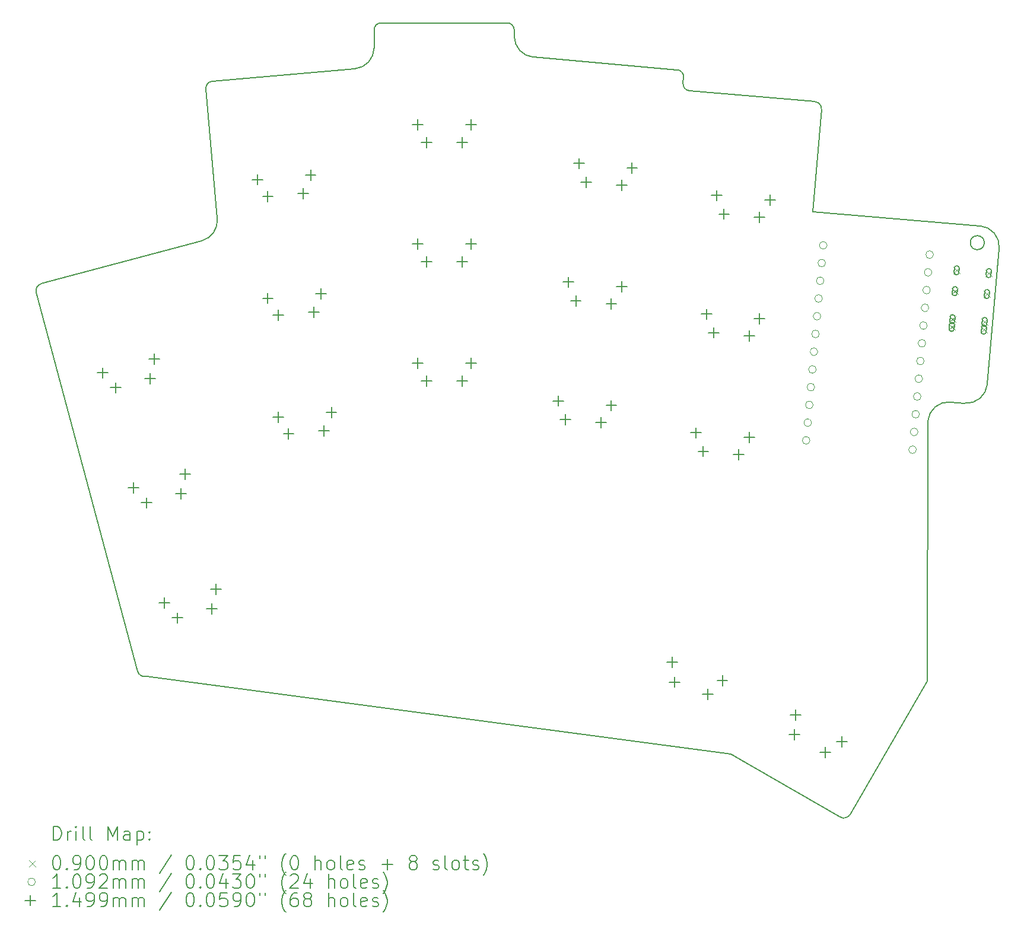
<source format=gbr>
%FSLAX45Y45*%
G04 Gerber Fmt 4.5, Leading zero omitted, Abs format (unit mm)*
G04 Created by KiCad (PCBNEW (6.0.2-0)) date 2022-05-11 10:09:49*
%MOMM*%
%LPD*%
G01*
G04 APERTURE LIST*
%TA.AperFunction,Profile*%
%ADD10C,0.150000*%
%TD*%
%ADD11C,0.200000*%
%ADD12C,0.090000*%
%ADD13C,0.109220*%
%ADD14C,0.149860*%
G04 APERTURE END LIST*
D10*
X12278974Y2465685D02*
G75*
G03*
X11953969Y2192974I-26147J-298858D01*
G01*
X12478213Y2448254D02*
X12278974Y2465685D01*
X5951713Y7876189D02*
X4151713Y7876189D01*
X-699893Y4152396D02*
X1592651Y4766681D01*
X6051713Y7776189D02*
G75*
G03*
X5951713Y7876189I-100000J0D01*
G01*
X-330612Y2387847D02*
X678783Y-1379264D01*
X9188720Y-2581668D02*
G75*
G03*
X9141326Y-2559567I-150002J-259811D01*
G01*
X4151713Y7876189D02*
G75*
G03*
X4051713Y7776189I0J-100000D01*
G01*
X8468274Y7098773D02*
G75*
G03*
X8377370Y7207108I-99619J8716D01*
G01*
X10842496Y-3421006D02*
X11942496Y-1515750D01*
X3777860Y7221724D02*
G75*
G03*
X4051713Y7520583I-26147J298858D01*
G01*
X1742675Y7043669D02*
X3777860Y7221724D01*
X801257Y-1449974D02*
X9141326Y-2559567D01*
X12478213Y2448254D02*
G75*
G03*
X12803218Y2720966I26147J298858D01*
G01*
X12803218Y2720966D02*
X12972721Y4659000D01*
X10705894Y-3457608D02*
G75*
G03*
X10842496Y-3421006I50000J86602D01*
G01*
X8461011Y7015757D02*
G75*
G03*
X8551915Y6907422I99619J-8716D01*
G01*
X8551915Y6907422D02*
X10345065Y6750542D01*
X9188720Y-2581668D02*
X10705894Y-3457608D01*
X12760000Y4739502D02*
G75*
G03*
X12760000Y4739502I-100000J0D01*
G01*
X6051713Y7685476D02*
X6051713Y7776189D01*
X4051713Y7776189D02*
X4051713Y7520583D01*
X-770604Y4029921D02*
X-330612Y2387847D01*
X12972721Y4659000D02*
G75*
G03*
X12700009Y4979951I-298713J22521D01*
G01*
X1742675Y7043669D02*
G75*
G03*
X1651771Y6935334I8716J-99620D01*
G01*
X11942496Y-1515750D02*
X11953969Y2192974D01*
X1592651Y4766681D02*
G75*
G03*
X1813864Y5082606I-77646J289778D01*
G01*
X1651771Y6935334D02*
X1813864Y5082606D01*
X10311000Y5184000D02*
X12700009Y4979951D01*
X8461011Y7015757D02*
X8468274Y7098773D01*
X-699893Y4152396D02*
G75*
G03*
X-770604Y4029921I25882J-96593D01*
G01*
X6051713Y7685476D02*
G75*
G03*
X6325567Y7386618I300000J0D01*
G01*
X10435969Y6642207D02*
G75*
G03*
X10345065Y6750542I-99619J8716D01*
G01*
X6325567Y7386618D02*
X8377370Y7207108D01*
X678783Y-1379264D02*
G75*
G03*
X801257Y-1449974I96593J25882D01*
G01*
X10311000Y5184000D02*
X10435969Y6642207D01*
D11*
D12*
X12250264Y3583392D02*
X12340264Y3493392D01*
X12340264Y3583392D02*
X12250264Y3493392D01*
D11*
X12263012Y3571328D02*
X12257783Y3511556D01*
X12332746Y3565227D02*
X12327516Y3505455D01*
X12257783Y3511556D02*
G75*
G03*
X12327516Y3505455I34867J-3051D01*
G01*
X12332746Y3565227D02*
G75*
G03*
X12263012Y3571328I-34867J3051D01*
G01*
D12*
X12259852Y3692973D02*
X12349852Y3602973D01*
X12349852Y3692973D02*
X12259852Y3602973D01*
D11*
X12272599Y3680909D02*
X12267370Y3621138D01*
X12342333Y3674808D02*
X12337104Y3615037D01*
X12267370Y3621138D02*
G75*
G03*
X12337104Y3615037I34867J-3051D01*
G01*
X12342333Y3674808D02*
G75*
G03*
X12272599Y3680909I-34867J3051D01*
G01*
D12*
X12294714Y4091451D02*
X12384714Y4001451D01*
X12384714Y4091451D02*
X12294714Y4001451D01*
D11*
X12307462Y4079387D02*
X12302232Y4019615D01*
X12377195Y4073286D02*
X12371966Y4013515D01*
X12302232Y4019616D02*
G75*
G03*
X12371966Y4013515I34867J-3051D01*
G01*
X12377195Y4073286D02*
G75*
G03*
X12307462Y4079387I-34867J3051D01*
G01*
D12*
X12320861Y4390309D02*
X12410861Y4300309D01*
X12410861Y4390309D02*
X12320861Y4300309D01*
D11*
X12333608Y4378246D02*
X12328379Y4318474D01*
X12403342Y4372145D02*
X12398113Y4312373D01*
X12328379Y4318474D02*
G75*
G03*
X12398113Y4312373I34867J-3051D01*
G01*
X12403342Y4372145D02*
G75*
G03*
X12333608Y4378246I-34867J3051D01*
G01*
D12*
X12708514Y3543300D02*
X12798514Y3453300D01*
X12798514Y3543300D02*
X12708514Y3453300D01*
D11*
X12721262Y3531236D02*
X12716032Y3471465D01*
X12790995Y3525135D02*
X12785766Y3465364D01*
X12716032Y3471465D02*
G75*
G03*
X12785766Y3465364I34867J-3051D01*
G01*
X12790995Y3525135D02*
G75*
G03*
X12721262Y3531236I-34867J3051D01*
G01*
D12*
X12718101Y3652881D02*
X12808101Y3562881D01*
X12808101Y3652881D02*
X12718101Y3562881D01*
D11*
X12730849Y3640818D02*
X12725620Y3581046D01*
X12800583Y3634717D02*
X12795353Y3574945D01*
X12725620Y3581046D02*
G75*
G03*
X12795353Y3574945I34867J-3051D01*
G01*
X12800583Y3634717D02*
G75*
G03*
X12730849Y3640818I-34867J3051D01*
G01*
D12*
X12752963Y4051359D02*
X12842963Y3961359D01*
X12842963Y4051359D02*
X12752963Y3961359D01*
D11*
X12765711Y4039296D02*
X12760482Y3979524D01*
X12835445Y4033195D02*
X12830215Y3973423D01*
X12760482Y3979524D02*
G75*
G03*
X12830215Y3973423I34867J-3051D01*
G01*
X12835445Y4033195D02*
G75*
G03*
X12765711Y4039296I-34867J3051D01*
G01*
D12*
X12779110Y4350218D02*
X12869110Y4260218D01*
X12869110Y4350218D02*
X12779110Y4260218D01*
D11*
X12791858Y4338154D02*
X12786629Y4278382D01*
X12861592Y4332053D02*
X12856362Y4272281D01*
X12786629Y4278382D02*
G75*
G03*
X12856362Y4272281I34867J-3051D01*
G01*
X12861592Y4332053D02*
G75*
G03*
X12791858Y4338154I-34867J3051D01*
G01*
D13*
X10272644Y1918359D02*
G75*
G03*
X10272644Y1918359I-54610J0D01*
G01*
X10294782Y2171393D02*
G75*
G03*
X10294782Y2171393I-54610J0D01*
G01*
X10316919Y2424426D02*
G75*
G03*
X10316919Y2424426I-54610J0D01*
G01*
X10339057Y2677460D02*
G75*
G03*
X10339057Y2677460I-54610J0D01*
G01*
X10361195Y2930493D02*
G75*
G03*
X10361195Y2930493I-54610J0D01*
G01*
X10383332Y3183527D02*
G75*
G03*
X10383332Y3183527I-54610J0D01*
G01*
X10405470Y3436560D02*
G75*
G03*
X10405470Y3436560I-54610J0D01*
G01*
X10427607Y3689594D02*
G75*
G03*
X10427607Y3689594I-54610J0D01*
G01*
X10449745Y3942627D02*
G75*
G03*
X10449745Y3942627I-54610J0D01*
G01*
X10471882Y4195661D02*
G75*
G03*
X10471882Y4195661I-54610J0D01*
G01*
X10494020Y4448694D02*
G75*
G03*
X10494020Y4448694I-54610J0D01*
G01*
X10516157Y4701728D02*
G75*
G03*
X10516157Y4701728I-54610J0D01*
G01*
X11790845Y1785534D02*
G75*
G03*
X11790845Y1785534I-54610J0D01*
G01*
X11812982Y2038568D02*
G75*
G03*
X11812982Y2038568I-54610J0D01*
G01*
X11835120Y2291601D02*
G75*
G03*
X11835120Y2291601I-54610J0D01*
G01*
X11857258Y2544635D02*
G75*
G03*
X11857258Y2544635I-54610J0D01*
G01*
X11879395Y2797668D02*
G75*
G03*
X11879395Y2797668I-54610J0D01*
G01*
X11901533Y3050701D02*
G75*
G03*
X11901533Y3050701I-54610J0D01*
G01*
X11923670Y3303735D02*
G75*
G03*
X11923670Y3303735I-54610J0D01*
G01*
X11945808Y3556768D02*
G75*
G03*
X11945808Y3556768I-54610J0D01*
G01*
X11967945Y3809802D02*
G75*
G03*
X11967945Y3809802I-54610J0D01*
G01*
X11990083Y4062835D02*
G75*
G03*
X11990083Y4062835I-54610J0D01*
G01*
X12012221Y4315869D02*
G75*
G03*
X12012221Y4315869I-54610J0D01*
G01*
X12034358Y4568902D02*
G75*
G03*
X12034358Y4568902I-54610J0D01*
G01*
D14*
X177745Y2957196D02*
X177745Y2807336D01*
X102815Y2882266D02*
X252675Y2882266D01*
X366158Y2744721D02*
X366158Y2594861D01*
X291228Y2669791D02*
X441088Y2669791D01*
X617738Y1315123D02*
X617738Y1165263D01*
X542808Y1240193D02*
X692668Y1240193D01*
X806150Y1102647D02*
X806150Y952787D01*
X731220Y1027717D02*
X881080Y1027717D01*
X856848Y2876201D02*
X856848Y2726341D01*
X781918Y2801271D02*
X931778Y2801271D01*
X913781Y3154417D02*
X913781Y3004557D01*
X838851Y3079487D02*
X988711Y3079487D01*
X1057730Y-326951D02*
X1057730Y-476811D01*
X982800Y-401881D02*
X1132660Y-401881D01*
X1246143Y-539427D02*
X1246143Y-689287D01*
X1171213Y-614357D02*
X1321073Y-614357D01*
X1296841Y1234128D02*
X1296841Y1084268D01*
X1221911Y1159198D02*
X1371771Y1159198D01*
X1353773Y1512343D02*
X1353773Y1362483D01*
X1278843Y1437413D02*
X1428703Y1437413D01*
X1736833Y-407946D02*
X1736833Y-557806D01*
X1661903Y-482876D02*
X1811763Y-482876D01*
X1793765Y-129731D02*
X1793765Y-279591D01*
X1718835Y-204661D02*
X1868695Y-204661D01*
X2386425Y5715365D02*
X2386425Y5565506D01*
X2311495Y5640435D02*
X2461355Y5640435D01*
X2534590Y4021834D02*
X2534590Y3871974D01*
X2459660Y3946904D02*
X2609520Y3946904D01*
X2535079Y5473401D02*
X2535079Y5323541D01*
X2460149Y5398471D02*
X2610009Y5398471D01*
X2682754Y2328304D02*
X2682754Y2178444D01*
X2607824Y2253374D02*
X2757684Y2253374D01*
X2683244Y3779870D02*
X2683244Y3630010D01*
X2608314Y3704940D02*
X2758174Y3704940D01*
X2831409Y2086339D02*
X2831409Y1936479D01*
X2756479Y2011409D02*
X2906339Y2011409D01*
X3041146Y5517676D02*
X3041146Y5367816D01*
X2966216Y5442746D02*
X3116076Y5442746D01*
X3145525Y5781778D02*
X3145525Y5631918D01*
X3070595Y5706848D02*
X3220455Y5706848D01*
X3189311Y3824145D02*
X3189311Y3674285D01*
X3114381Y3749215D02*
X3264241Y3749215D01*
X3293690Y4088247D02*
X3293690Y3938387D01*
X3218760Y4013317D02*
X3368620Y4013317D01*
X3337475Y2130614D02*
X3337475Y1980754D01*
X3262545Y2055684D02*
X3412405Y2055684D01*
X3441855Y2394716D02*
X3441855Y2244856D01*
X3366925Y2319786D02*
X3516785Y2319786D01*
X4670713Y6497119D02*
X4670713Y6347259D01*
X4595783Y6422189D02*
X4745643Y6422189D01*
X4670713Y4797119D02*
X4670713Y4647259D01*
X4595783Y4722189D02*
X4745643Y4722189D01*
X4670713Y3097119D02*
X4670713Y2947259D01*
X4595783Y3022189D02*
X4745643Y3022189D01*
X4797713Y6243119D02*
X4797713Y6093259D01*
X4722783Y6168189D02*
X4872643Y6168189D01*
X4797713Y4543119D02*
X4797713Y4393259D01*
X4722783Y4468189D02*
X4872643Y4468189D01*
X4797713Y2843119D02*
X4797713Y2693259D01*
X4722783Y2768189D02*
X4872643Y2768189D01*
X5305713Y6243119D02*
X5305713Y6093259D01*
X5230783Y6168189D02*
X5380643Y6168189D01*
X5305713Y4543119D02*
X5305713Y4393259D01*
X5230783Y4468189D02*
X5380643Y4468189D01*
X5305713Y2843119D02*
X5305713Y2693259D01*
X5230783Y2768189D02*
X5380643Y2768189D01*
X5432713Y6497119D02*
X5432713Y6347259D01*
X5357783Y6422189D02*
X5507643Y6422189D01*
X5432713Y4797119D02*
X5432713Y4647259D01*
X5357783Y4722189D02*
X5507643Y4722189D01*
X5432713Y3097119D02*
X5432713Y2947259D01*
X5357783Y3022189D02*
X5507643Y3022189D01*
X6678190Y2558156D02*
X6678190Y2408296D01*
X6603260Y2483226D02*
X6753120Y2483226D01*
X6782569Y2294054D02*
X6782569Y2144194D01*
X6707639Y2219124D02*
X6857499Y2219124D01*
X6826355Y4251687D02*
X6826355Y4101827D01*
X6751425Y4176757D02*
X6901285Y4176757D01*
X6930734Y3987585D02*
X6930734Y3837725D01*
X6855804Y3912655D02*
X7005664Y3912655D01*
X6974520Y5945218D02*
X6974520Y5795358D01*
X6899590Y5870288D02*
X7049450Y5870288D01*
X7078899Y5681116D02*
X7078899Y5531256D01*
X7003969Y5606186D02*
X7153829Y5606186D01*
X7288636Y2249778D02*
X7288636Y2099918D01*
X7213706Y2174848D02*
X7363566Y2174848D01*
X7436801Y3943309D02*
X7436801Y3793449D01*
X7361871Y3868379D02*
X7511731Y3868379D01*
X7437291Y2491743D02*
X7437291Y2341883D01*
X7362361Y2416813D02*
X7512221Y2416813D01*
X7584966Y5636840D02*
X7584966Y5486980D01*
X7510036Y5561910D02*
X7659896Y5561910D01*
X7585455Y4185274D02*
X7585455Y4035414D01*
X7510525Y4110344D02*
X7660385Y4110344D01*
X7733620Y5878805D02*
X7733620Y5728945D01*
X7658690Y5803875D02*
X7808550Y5803875D01*
X8306348Y-1174018D02*
X8306348Y-1323878D01*
X8231418Y-1248948D02*
X8381278Y-1248948D01*
X8338816Y-1456136D02*
X8338816Y-1605996D01*
X8263886Y-1531066D02*
X8413746Y-1531066D01*
X8645886Y2101589D02*
X8645886Y1951729D01*
X8570956Y2026659D02*
X8720816Y2026659D01*
X8750265Y1837487D02*
X8750265Y1687627D01*
X8675335Y1762557D02*
X8825195Y1762557D01*
X8794050Y3795120D02*
X8794050Y3645260D01*
X8719120Y3720190D02*
X8868980Y3720190D01*
X8816180Y-1629883D02*
X8816180Y-1779743D01*
X8741250Y-1704813D02*
X8891110Y-1704813D01*
X8898430Y3531018D02*
X8898430Y3381158D01*
X8823500Y3456088D02*
X8973360Y3456088D01*
X8942215Y5488651D02*
X8942215Y5338791D01*
X8867285Y5413721D02*
X9017145Y5413721D01*
X9022394Y-1434637D02*
X9022394Y-1584497D01*
X8947464Y-1509567D02*
X9097324Y-1509567D01*
X9046594Y5224549D02*
X9046594Y5074689D01*
X8971664Y5149619D02*
X9121524Y5149619D01*
X9256332Y1793212D02*
X9256332Y1643352D01*
X9181402Y1718282D02*
X9331262Y1718282D01*
X9404496Y3486743D02*
X9404496Y3336883D01*
X9329566Y3411813D02*
X9479426Y3411813D01*
X9404986Y2035176D02*
X9404986Y1885316D01*
X9330056Y1960246D02*
X9479916Y1960246D01*
X9552661Y5180274D02*
X9552661Y5030414D01*
X9477731Y5105344D02*
X9627591Y5105344D01*
X9553151Y3728707D02*
X9553151Y3578847D01*
X9478221Y3653777D02*
X9628081Y3653777D01*
X9701316Y5422238D02*
X9701316Y5272378D01*
X9626386Y5347308D02*
X9776246Y5347308D01*
X10052500Y-2206389D02*
X10052500Y-2356249D01*
X9977570Y-2281319D02*
X10127430Y-2281319D01*
X10069515Y-1922918D02*
X10069515Y-2072778D01*
X9994585Y-1997848D02*
X10144445Y-1997848D01*
X10492441Y-2460389D02*
X10492441Y-2610249D01*
X10417511Y-2535319D02*
X10567371Y-2535319D01*
X10729427Y-2303918D02*
X10729427Y-2453778D01*
X10654497Y-2378848D02*
X10804357Y-2378848D01*
D11*
X-523892Y-3788982D02*
X-523892Y-3588982D01*
X-476273Y-3588982D01*
X-447702Y-3598506D01*
X-428654Y-3617553D01*
X-419130Y-3636601D01*
X-409606Y-3674696D01*
X-409606Y-3703268D01*
X-419130Y-3741363D01*
X-428654Y-3760410D01*
X-447702Y-3779458D01*
X-476273Y-3788982D01*
X-523892Y-3788982D01*
X-323892Y-3788982D02*
X-323892Y-3655649D01*
X-323892Y-3693744D02*
X-314368Y-3674696D01*
X-304845Y-3665172D01*
X-285797Y-3655649D01*
X-266749Y-3655649D01*
X-200083Y-3788982D02*
X-200083Y-3655649D01*
X-200083Y-3588982D02*
X-209606Y-3598506D01*
X-200083Y-3608030D01*
X-190559Y-3598506D01*
X-200083Y-3588982D01*
X-200083Y-3608030D01*
X-76273Y-3788982D02*
X-95321Y-3779458D01*
X-104845Y-3760410D01*
X-104845Y-3588982D01*
X28489Y-3788982D02*
X9441Y-3779458D01*
X-83Y-3760410D01*
X-83Y-3588982D01*
X257060Y-3788982D02*
X257060Y-3588982D01*
X323727Y-3731839D01*
X390393Y-3588982D01*
X390393Y-3788982D01*
X571346Y-3788982D02*
X571346Y-3684220D01*
X561822Y-3665172D01*
X542774Y-3655649D01*
X504679Y-3655649D01*
X485631Y-3665172D01*
X571346Y-3779458D02*
X552298Y-3788982D01*
X504679Y-3788982D01*
X485631Y-3779458D01*
X476108Y-3760410D01*
X476108Y-3741363D01*
X485631Y-3722315D01*
X504679Y-3712791D01*
X552298Y-3712791D01*
X571346Y-3703268D01*
X666584Y-3655649D02*
X666584Y-3855649D01*
X666584Y-3665172D02*
X685632Y-3655649D01*
X723727Y-3655649D01*
X742774Y-3665172D01*
X752298Y-3674696D01*
X761822Y-3693744D01*
X761822Y-3750887D01*
X752298Y-3769934D01*
X742774Y-3779458D01*
X723727Y-3788982D01*
X685632Y-3788982D01*
X666584Y-3779458D01*
X847536Y-3769934D02*
X857060Y-3779458D01*
X847536Y-3788982D01*
X838012Y-3779458D01*
X847536Y-3769934D01*
X847536Y-3788982D01*
X847536Y-3665172D02*
X857060Y-3674696D01*
X847536Y-3684220D01*
X838012Y-3674696D01*
X847536Y-3665172D01*
X847536Y-3684220D01*
D12*
X-871511Y-4073506D02*
X-781511Y-4163506D01*
X-781511Y-4073506D02*
X-871511Y-4163506D01*
D11*
X-485797Y-4008982D02*
X-466749Y-4008982D01*
X-447702Y-4018506D01*
X-438178Y-4028030D01*
X-428654Y-4047077D01*
X-419130Y-4085172D01*
X-419130Y-4132791D01*
X-428654Y-4170887D01*
X-438178Y-4189934D01*
X-447702Y-4199458D01*
X-466749Y-4208982D01*
X-485797Y-4208982D01*
X-504845Y-4199458D01*
X-514368Y-4189934D01*
X-523892Y-4170887D01*
X-533416Y-4132791D01*
X-533416Y-4085172D01*
X-523892Y-4047077D01*
X-514368Y-4028030D01*
X-504845Y-4018506D01*
X-485797Y-4008982D01*
X-333416Y-4189934D02*
X-323892Y-4199458D01*
X-333416Y-4208982D01*
X-342940Y-4199458D01*
X-333416Y-4189934D01*
X-333416Y-4208982D01*
X-228654Y-4208982D02*
X-190559Y-4208982D01*
X-171511Y-4199458D01*
X-161987Y-4189934D01*
X-142940Y-4161363D01*
X-133416Y-4123268D01*
X-133416Y-4047077D01*
X-142940Y-4028030D01*
X-152464Y-4018506D01*
X-171511Y-4008982D01*
X-209606Y-4008982D01*
X-228654Y-4018506D01*
X-238178Y-4028030D01*
X-247702Y-4047077D01*
X-247702Y-4094696D01*
X-238178Y-4113744D01*
X-228654Y-4123268D01*
X-209606Y-4132791D01*
X-171511Y-4132791D01*
X-152464Y-4123268D01*
X-142940Y-4113744D01*
X-133416Y-4094696D01*
X-9607Y-4008982D02*
X9441Y-4008982D01*
X28489Y-4018506D01*
X38013Y-4028030D01*
X47536Y-4047077D01*
X57060Y-4085172D01*
X57060Y-4132791D01*
X47536Y-4170887D01*
X38013Y-4189934D01*
X28489Y-4199458D01*
X9441Y-4208982D01*
X-9607Y-4208982D01*
X-28654Y-4199458D01*
X-38178Y-4189934D01*
X-47702Y-4170887D01*
X-57225Y-4132791D01*
X-57225Y-4085172D01*
X-47702Y-4047077D01*
X-38178Y-4028030D01*
X-28654Y-4018506D01*
X-9607Y-4008982D01*
X180870Y-4008982D02*
X199917Y-4008982D01*
X218965Y-4018506D01*
X228489Y-4028030D01*
X238012Y-4047077D01*
X247536Y-4085172D01*
X247536Y-4132791D01*
X238012Y-4170887D01*
X228489Y-4189934D01*
X218965Y-4199458D01*
X199917Y-4208982D01*
X180870Y-4208982D01*
X161822Y-4199458D01*
X152298Y-4189934D01*
X142774Y-4170887D01*
X133251Y-4132791D01*
X133251Y-4085172D01*
X142774Y-4047077D01*
X152298Y-4028030D01*
X161822Y-4018506D01*
X180870Y-4008982D01*
X333251Y-4208982D02*
X333251Y-4075649D01*
X333251Y-4094696D02*
X342774Y-4085172D01*
X361822Y-4075649D01*
X390393Y-4075649D01*
X409441Y-4085172D01*
X418965Y-4104220D01*
X418965Y-4208982D01*
X418965Y-4104220D02*
X428489Y-4085172D01*
X447536Y-4075649D01*
X476108Y-4075649D01*
X495155Y-4085172D01*
X504679Y-4104220D01*
X504679Y-4208982D01*
X599917Y-4208982D02*
X599917Y-4075649D01*
X599917Y-4094696D02*
X609441Y-4085172D01*
X628489Y-4075649D01*
X657060Y-4075649D01*
X676108Y-4085172D01*
X685632Y-4104220D01*
X685632Y-4208982D01*
X685632Y-4104220D02*
X695155Y-4085172D01*
X714203Y-4075649D01*
X742774Y-4075649D01*
X761822Y-4085172D01*
X771346Y-4104220D01*
X771346Y-4208982D01*
X1161822Y-3999458D02*
X990393Y-4256601D01*
X1418965Y-4008982D02*
X1438012Y-4008982D01*
X1457060Y-4018506D01*
X1466584Y-4028030D01*
X1476108Y-4047077D01*
X1485631Y-4085172D01*
X1485631Y-4132791D01*
X1476108Y-4170887D01*
X1466584Y-4189934D01*
X1457060Y-4199458D01*
X1438012Y-4208982D01*
X1418965Y-4208982D01*
X1399917Y-4199458D01*
X1390393Y-4189934D01*
X1380870Y-4170887D01*
X1371346Y-4132791D01*
X1371346Y-4085172D01*
X1380870Y-4047077D01*
X1390393Y-4028030D01*
X1399917Y-4018506D01*
X1418965Y-4008982D01*
X1571346Y-4189934D02*
X1580870Y-4199458D01*
X1571346Y-4208982D01*
X1561822Y-4199458D01*
X1571346Y-4189934D01*
X1571346Y-4208982D01*
X1704679Y-4008982D02*
X1723727Y-4008982D01*
X1742774Y-4018506D01*
X1752298Y-4028030D01*
X1761822Y-4047077D01*
X1771346Y-4085172D01*
X1771346Y-4132791D01*
X1761822Y-4170887D01*
X1752298Y-4189934D01*
X1742774Y-4199458D01*
X1723727Y-4208982D01*
X1704679Y-4208982D01*
X1685631Y-4199458D01*
X1676108Y-4189934D01*
X1666584Y-4170887D01*
X1657060Y-4132791D01*
X1657060Y-4085172D01*
X1666584Y-4047077D01*
X1676108Y-4028030D01*
X1685631Y-4018506D01*
X1704679Y-4008982D01*
X1838012Y-4008982D02*
X1961822Y-4008982D01*
X1895155Y-4085172D01*
X1923727Y-4085172D01*
X1942774Y-4094696D01*
X1952298Y-4104220D01*
X1961822Y-4123268D01*
X1961822Y-4170887D01*
X1952298Y-4189934D01*
X1942774Y-4199458D01*
X1923727Y-4208982D01*
X1866584Y-4208982D01*
X1847536Y-4199458D01*
X1838012Y-4189934D01*
X2142774Y-4008982D02*
X2047536Y-4008982D01*
X2038012Y-4104220D01*
X2047536Y-4094696D01*
X2066584Y-4085172D01*
X2114203Y-4085172D01*
X2133251Y-4094696D01*
X2142774Y-4104220D01*
X2152298Y-4123268D01*
X2152298Y-4170887D01*
X2142774Y-4189934D01*
X2133251Y-4199458D01*
X2114203Y-4208982D01*
X2066584Y-4208982D01*
X2047536Y-4199458D01*
X2038012Y-4189934D01*
X2323727Y-4075649D02*
X2323727Y-4208982D01*
X2276108Y-3999458D02*
X2228489Y-4142315D01*
X2352298Y-4142315D01*
X2418965Y-4008982D02*
X2418965Y-4047077D01*
X2495155Y-4008982D02*
X2495155Y-4047077D01*
X2790393Y-4285172D02*
X2780870Y-4275649D01*
X2761822Y-4247077D01*
X2752298Y-4228030D01*
X2742774Y-4199458D01*
X2733251Y-4151839D01*
X2733251Y-4113744D01*
X2742774Y-4066125D01*
X2752298Y-4037553D01*
X2761822Y-4018506D01*
X2780870Y-3989934D01*
X2790393Y-3980410D01*
X2904679Y-4008982D02*
X2923727Y-4008982D01*
X2942774Y-4018506D01*
X2952298Y-4028030D01*
X2961822Y-4047077D01*
X2971346Y-4085172D01*
X2971346Y-4132791D01*
X2961822Y-4170887D01*
X2952298Y-4189934D01*
X2942774Y-4199458D01*
X2923727Y-4208982D01*
X2904679Y-4208982D01*
X2885631Y-4199458D01*
X2876108Y-4189934D01*
X2866584Y-4170887D01*
X2857060Y-4132791D01*
X2857060Y-4085172D01*
X2866584Y-4047077D01*
X2876108Y-4028030D01*
X2885631Y-4018506D01*
X2904679Y-4008982D01*
X3209441Y-4208982D02*
X3209441Y-4008982D01*
X3295155Y-4208982D02*
X3295155Y-4104220D01*
X3285631Y-4085172D01*
X3266584Y-4075649D01*
X3238012Y-4075649D01*
X3218965Y-4085172D01*
X3209441Y-4094696D01*
X3418965Y-4208982D02*
X3399917Y-4199458D01*
X3390393Y-4189934D01*
X3380870Y-4170887D01*
X3380870Y-4113744D01*
X3390393Y-4094696D01*
X3399917Y-4085172D01*
X3418965Y-4075649D01*
X3447536Y-4075649D01*
X3466584Y-4085172D01*
X3476108Y-4094696D01*
X3485631Y-4113744D01*
X3485631Y-4170887D01*
X3476108Y-4189934D01*
X3466584Y-4199458D01*
X3447536Y-4208982D01*
X3418965Y-4208982D01*
X3599917Y-4208982D02*
X3580870Y-4199458D01*
X3571346Y-4180410D01*
X3571346Y-4008982D01*
X3752298Y-4199458D02*
X3733251Y-4208982D01*
X3695155Y-4208982D01*
X3676108Y-4199458D01*
X3666584Y-4180410D01*
X3666584Y-4104220D01*
X3676108Y-4085172D01*
X3695155Y-4075649D01*
X3733251Y-4075649D01*
X3752298Y-4085172D01*
X3761822Y-4104220D01*
X3761822Y-4123268D01*
X3666584Y-4142315D01*
X3838012Y-4199458D02*
X3857060Y-4208982D01*
X3895155Y-4208982D01*
X3914203Y-4199458D01*
X3923727Y-4180410D01*
X3923727Y-4170887D01*
X3914203Y-4151839D01*
X3895155Y-4142315D01*
X3866584Y-4142315D01*
X3847536Y-4132791D01*
X3838012Y-4113744D01*
X3838012Y-4104220D01*
X3847536Y-4085172D01*
X3866584Y-4075649D01*
X3895155Y-4075649D01*
X3914203Y-4085172D01*
X4161822Y-4132791D02*
X4314203Y-4132791D01*
X4238013Y-4208982D02*
X4238013Y-4056601D01*
X4590393Y-4094696D02*
X4571346Y-4085172D01*
X4561822Y-4075649D01*
X4552298Y-4056601D01*
X4552298Y-4047077D01*
X4561822Y-4028030D01*
X4571346Y-4018506D01*
X4590393Y-4008982D01*
X4628489Y-4008982D01*
X4647536Y-4018506D01*
X4657060Y-4028030D01*
X4666584Y-4047077D01*
X4666584Y-4056601D01*
X4657060Y-4075649D01*
X4647536Y-4085172D01*
X4628489Y-4094696D01*
X4590393Y-4094696D01*
X4571346Y-4104220D01*
X4561822Y-4113744D01*
X4552298Y-4132791D01*
X4552298Y-4170887D01*
X4561822Y-4189934D01*
X4571346Y-4199458D01*
X4590393Y-4208982D01*
X4628489Y-4208982D01*
X4647536Y-4199458D01*
X4657060Y-4189934D01*
X4666584Y-4170887D01*
X4666584Y-4132791D01*
X4657060Y-4113744D01*
X4647536Y-4104220D01*
X4628489Y-4094696D01*
X4895155Y-4199458D02*
X4914203Y-4208982D01*
X4952298Y-4208982D01*
X4971346Y-4199458D01*
X4980870Y-4180410D01*
X4980870Y-4170887D01*
X4971346Y-4151839D01*
X4952298Y-4142315D01*
X4923727Y-4142315D01*
X4904679Y-4132791D01*
X4895155Y-4113744D01*
X4895155Y-4104220D01*
X4904679Y-4085172D01*
X4923727Y-4075649D01*
X4952298Y-4075649D01*
X4971346Y-4085172D01*
X5095155Y-4208982D02*
X5076108Y-4199458D01*
X5066584Y-4180410D01*
X5066584Y-4008982D01*
X5199917Y-4208982D02*
X5180870Y-4199458D01*
X5171346Y-4189934D01*
X5161822Y-4170887D01*
X5161822Y-4113744D01*
X5171346Y-4094696D01*
X5180870Y-4085172D01*
X5199917Y-4075649D01*
X5228489Y-4075649D01*
X5247536Y-4085172D01*
X5257060Y-4094696D01*
X5266584Y-4113744D01*
X5266584Y-4170887D01*
X5257060Y-4189934D01*
X5247536Y-4199458D01*
X5228489Y-4208982D01*
X5199917Y-4208982D01*
X5323727Y-4075649D02*
X5399917Y-4075649D01*
X5352298Y-4008982D02*
X5352298Y-4180410D01*
X5361822Y-4199458D01*
X5380870Y-4208982D01*
X5399917Y-4208982D01*
X5457060Y-4199458D02*
X5476108Y-4208982D01*
X5514203Y-4208982D01*
X5533251Y-4199458D01*
X5542774Y-4180410D01*
X5542774Y-4170887D01*
X5533251Y-4151839D01*
X5514203Y-4142315D01*
X5485632Y-4142315D01*
X5466584Y-4132791D01*
X5457060Y-4113744D01*
X5457060Y-4104220D01*
X5466584Y-4085172D01*
X5485632Y-4075649D01*
X5514203Y-4075649D01*
X5533251Y-4085172D01*
X5609441Y-4285172D02*
X5618965Y-4275649D01*
X5638012Y-4247077D01*
X5647536Y-4228030D01*
X5657060Y-4199458D01*
X5666584Y-4151839D01*
X5666584Y-4113744D01*
X5657060Y-4066125D01*
X5647536Y-4037553D01*
X5638012Y-4018506D01*
X5618965Y-3989934D01*
X5609441Y-3980410D01*
D13*
X-781511Y-4382506D02*
G75*
G03*
X-781511Y-4382506I-54610J0D01*
G01*
D11*
X-419130Y-4472982D02*
X-533416Y-4472982D01*
X-476273Y-4472982D02*
X-476273Y-4272982D01*
X-495321Y-4301553D01*
X-514368Y-4320601D01*
X-533416Y-4330125D01*
X-333416Y-4453934D02*
X-323892Y-4463458D01*
X-333416Y-4472982D01*
X-342940Y-4463458D01*
X-333416Y-4453934D01*
X-333416Y-4472982D01*
X-200083Y-4272982D02*
X-181035Y-4272982D01*
X-161987Y-4282506D01*
X-152464Y-4292030D01*
X-142940Y-4311077D01*
X-133416Y-4349172D01*
X-133416Y-4396792D01*
X-142940Y-4434887D01*
X-152464Y-4453934D01*
X-161987Y-4463458D01*
X-181035Y-4472982D01*
X-200083Y-4472982D01*
X-219130Y-4463458D01*
X-228654Y-4453934D01*
X-238178Y-4434887D01*
X-247702Y-4396792D01*
X-247702Y-4349172D01*
X-238178Y-4311077D01*
X-228654Y-4292030D01*
X-219130Y-4282506D01*
X-200083Y-4272982D01*
X-38178Y-4472982D02*
X-83Y-4472982D01*
X18965Y-4463458D01*
X28489Y-4453934D01*
X47536Y-4425363D01*
X57060Y-4387268D01*
X57060Y-4311077D01*
X47536Y-4292030D01*
X38013Y-4282506D01*
X18965Y-4272982D01*
X-19130Y-4272982D01*
X-38178Y-4282506D01*
X-47702Y-4292030D01*
X-57225Y-4311077D01*
X-57225Y-4358696D01*
X-47702Y-4377744D01*
X-38178Y-4387268D01*
X-19130Y-4396792D01*
X18965Y-4396792D01*
X38013Y-4387268D01*
X47536Y-4377744D01*
X57060Y-4358696D01*
X133251Y-4292030D02*
X142774Y-4282506D01*
X161822Y-4272982D01*
X209441Y-4272982D01*
X228489Y-4282506D01*
X238012Y-4292030D01*
X247536Y-4311077D01*
X247536Y-4330125D01*
X238012Y-4358696D01*
X123727Y-4472982D01*
X247536Y-4472982D01*
X333251Y-4472982D02*
X333251Y-4339649D01*
X333251Y-4358696D02*
X342774Y-4349172D01*
X361822Y-4339649D01*
X390393Y-4339649D01*
X409441Y-4349172D01*
X418965Y-4368220D01*
X418965Y-4472982D01*
X418965Y-4368220D02*
X428489Y-4349172D01*
X447536Y-4339649D01*
X476108Y-4339649D01*
X495155Y-4349172D01*
X504679Y-4368220D01*
X504679Y-4472982D01*
X599917Y-4472982D02*
X599917Y-4339649D01*
X599917Y-4358696D02*
X609441Y-4349172D01*
X628489Y-4339649D01*
X657060Y-4339649D01*
X676108Y-4349172D01*
X685632Y-4368220D01*
X685632Y-4472982D01*
X685632Y-4368220D02*
X695155Y-4349172D01*
X714203Y-4339649D01*
X742774Y-4339649D01*
X761822Y-4349172D01*
X771346Y-4368220D01*
X771346Y-4472982D01*
X1161822Y-4263458D02*
X990393Y-4520601D01*
X1418965Y-4272982D02*
X1438012Y-4272982D01*
X1457060Y-4282506D01*
X1466584Y-4292030D01*
X1476108Y-4311077D01*
X1485631Y-4349172D01*
X1485631Y-4396792D01*
X1476108Y-4434887D01*
X1466584Y-4453934D01*
X1457060Y-4463458D01*
X1438012Y-4472982D01*
X1418965Y-4472982D01*
X1399917Y-4463458D01*
X1390393Y-4453934D01*
X1380870Y-4434887D01*
X1371346Y-4396792D01*
X1371346Y-4349172D01*
X1380870Y-4311077D01*
X1390393Y-4292030D01*
X1399917Y-4282506D01*
X1418965Y-4272982D01*
X1571346Y-4453934D02*
X1580870Y-4463458D01*
X1571346Y-4472982D01*
X1561822Y-4463458D01*
X1571346Y-4453934D01*
X1571346Y-4472982D01*
X1704679Y-4272982D02*
X1723727Y-4272982D01*
X1742774Y-4282506D01*
X1752298Y-4292030D01*
X1761822Y-4311077D01*
X1771346Y-4349172D01*
X1771346Y-4396792D01*
X1761822Y-4434887D01*
X1752298Y-4453934D01*
X1742774Y-4463458D01*
X1723727Y-4472982D01*
X1704679Y-4472982D01*
X1685631Y-4463458D01*
X1676108Y-4453934D01*
X1666584Y-4434887D01*
X1657060Y-4396792D01*
X1657060Y-4349172D01*
X1666584Y-4311077D01*
X1676108Y-4292030D01*
X1685631Y-4282506D01*
X1704679Y-4272982D01*
X1942774Y-4339649D02*
X1942774Y-4472982D01*
X1895155Y-4263458D02*
X1847536Y-4406315D01*
X1971346Y-4406315D01*
X2028489Y-4272982D02*
X2152298Y-4272982D01*
X2085631Y-4349172D01*
X2114203Y-4349172D01*
X2133251Y-4358696D01*
X2142774Y-4368220D01*
X2152298Y-4387268D01*
X2152298Y-4434887D01*
X2142774Y-4453934D01*
X2133251Y-4463458D01*
X2114203Y-4472982D01*
X2057060Y-4472982D01*
X2038012Y-4463458D01*
X2028489Y-4453934D01*
X2276108Y-4272982D02*
X2295155Y-4272982D01*
X2314203Y-4282506D01*
X2323727Y-4292030D01*
X2333251Y-4311077D01*
X2342774Y-4349172D01*
X2342774Y-4396792D01*
X2333251Y-4434887D01*
X2323727Y-4453934D01*
X2314203Y-4463458D01*
X2295155Y-4472982D01*
X2276108Y-4472982D01*
X2257060Y-4463458D01*
X2247536Y-4453934D01*
X2238013Y-4434887D01*
X2228489Y-4396792D01*
X2228489Y-4349172D01*
X2238013Y-4311077D01*
X2247536Y-4292030D01*
X2257060Y-4282506D01*
X2276108Y-4272982D01*
X2418965Y-4272982D02*
X2418965Y-4311077D01*
X2495155Y-4272982D02*
X2495155Y-4311077D01*
X2790393Y-4549172D02*
X2780870Y-4539649D01*
X2761822Y-4511077D01*
X2752298Y-4492030D01*
X2742774Y-4463458D01*
X2733251Y-4415839D01*
X2733251Y-4377744D01*
X2742774Y-4330125D01*
X2752298Y-4301553D01*
X2761822Y-4282506D01*
X2780870Y-4253934D01*
X2790393Y-4244411D01*
X2857060Y-4292030D02*
X2866584Y-4282506D01*
X2885631Y-4272982D01*
X2933251Y-4272982D01*
X2952298Y-4282506D01*
X2961822Y-4292030D01*
X2971346Y-4311077D01*
X2971346Y-4330125D01*
X2961822Y-4358696D01*
X2847536Y-4472982D01*
X2971346Y-4472982D01*
X3142774Y-4339649D02*
X3142774Y-4472982D01*
X3095155Y-4263458D02*
X3047536Y-4406315D01*
X3171346Y-4406315D01*
X3399917Y-4472982D02*
X3399917Y-4272982D01*
X3485631Y-4472982D02*
X3485631Y-4368220D01*
X3476108Y-4349172D01*
X3457060Y-4339649D01*
X3428489Y-4339649D01*
X3409441Y-4349172D01*
X3399917Y-4358696D01*
X3609441Y-4472982D02*
X3590393Y-4463458D01*
X3580870Y-4453934D01*
X3571346Y-4434887D01*
X3571346Y-4377744D01*
X3580870Y-4358696D01*
X3590393Y-4349172D01*
X3609441Y-4339649D01*
X3638012Y-4339649D01*
X3657060Y-4349172D01*
X3666584Y-4358696D01*
X3676108Y-4377744D01*
X3676108Y-4434887D01*
X3666584Y-4453934D01*
X3657060Y-4463458D01*
X3638012Y-4472982D01*
X3609441Y-4472982D01*
X3790393Y-4472982D02*
X3771346Y-4463458D01*
X3761822Y-4444411D01*
X3761822Y-4272982D01*
X3942774Y-4463458D02*
X3923727Y-4472982D01*
X3885631Y-4472982D01*
X3866584Y-4463458D01*
X3857060Y-4444411D01*
X3857060Y-4368220D01*
X3866584Y-4349172D01*
X3885631Y-4339649D01*
X3923727Y-4339649D01*
X3942774Y-4349172D01*
X3952298Y-4368220D01*
X3952298Y-4387268D01*
X3857060Y-4406315D01*
X4028489Y-4463458D02*
X4047536Y-4472982D01*
X4085631Y-4472982D01*
X4104679Y-4463458D01*
X4114203Y-4444411D01*
X4114203Y-4434887D01*
X4104679Y-4415839D01*
X4085631Y-4406315D01*
X4057060Y-4406315D01*
X4038012Y-4396792D01*
X4028489Y-4377744D01*
X4028489Y-4368220D01*
X4038012Y-4349172D01*
X4057060Y-4339649D01*
X4085631Y-4339649D01*
X4104679Y-4349172D01*
X4180870Y-4549172D02*
X4190393Y-4539649D01*
X4209441Y-4511077D01*
X4218965Y-4492030D01*
X4228489Y-4463458D01*
X4238013Y-4415839D01*
X4238013Y-4377744D01*
X4228489Y-4330125D01*
X4218965Y-4301553D01*
X4209441Y-4282506D01*
X4190393Y-4253934D01*
X4180870Y-4244411D01*
D14*
X-856441Y-4571576D02*
X-856441Y-4721436D01*
X-931371Y-4646506D02*
X-781511Y-4646506D01*
D11*
X-419130Y-4736982D02*
X-533416Y-4736982D01*
X-476273Y-4736982D02*
X-476273Y-4536982D01*
X-495321Y-4565553D01*
X-514368Y-4584601D01*
X-533416Y-4594125D01*
X-333416Y-4717934D02*
X-323892Y-4727458D01*
X-333416Y-4736982D01*
X-342940Y-4727458D01*
X-333416Y-4717934D01*
X-333416Y-4736982D01*
X-152464Y-4603649D02*
X-152464Y-4736982D01*
X-200083Y-4527458D02*
X-247702Y-4670315D01*
X-123892Y-4670315D01*
X-38178Y-4736982D02*
X-83Y-4736982D01*
X18965Y-4727458D01*
X28489Y-4717934D01*
X47536Y-4689363D01*
X57060Y-4651268D01*
X57060Y-4575077D01*
X47536Y-4556030D01*
X38013Y-4546506D01*
X18965Y-4536982D01*
X-19130Y-4536982D01*
X-38178Y-4546506D01*
X-47702Y-4556030D01*
X-57225Y-4575077D01*
X-57225Y-4622696D01*
X-47702Y-4641744D01*
X-38178Y-4651268D01*
X-19130Y-4660792D01*
X18965Y-4660792D01*
X38013Y-4651268D01*
X47536Y-4641744D01*
X57060Y-4622696D01*
X152298Y-4736982D02*
X190393Y-4736982D01*
X209441Y-4727458D01*
X218965Y-4717934D01*
X238012Y-4689363D01*
X247536Y-4651268D01*
X247536Y-4575077D01*
X238012Y-4556030D01*
X228489Y-4546506D01*
X209441Y-4536982D01*
X171346Y-4536982D01*
X152298Y-4546506D01*
X142774Y-4556030D01*
X133251Y-4575077D01*
X133251Y-4622696D01*
X142774Y-4641744D01*
X152298Y-4651268D01*
X171346Y-4660792D01*
X209441Y-4660792D01*
X228489Y-4651268D01*
X238012Y-4641744D01*
X247536Y-4622696D01*
X333251Y-4736982D02*
X333251Y-4603649D01*
X333251Y-4622696D02*
X342774Y-4613172D01*
X361822Y-4603649D01*
X390393Y-4603649D01*
X409441Y-4613172D01*
X418965Y-4632220D01*
X418965Y-4736982D01*
X418965Y-4632220D02*
X428489Y-4613172D01*
X447536Y-4603649D01*
X476108Y-4603649D01*
X495155Y-4613172D01*
X504679Y-4632220D01*
X504679Y-4736982D01*
X599917Y-4736982D02*
X599917Y-4603649D01*
X599917Y-4622696D02*
X609441Y-4613172D01*
X628489Y-4603649D01*
X657060Y-4603649D01*
X676108Y-4613172D01*
X685632Y-4632220D01*
X685632Y-4736982D01*
X685632Y-4632220D02*
X695155Y-4613172D01*
X714203Y-4603649D01*
X742774Y-4603649D01*
X761822Y-4613172D01*
X771346Y-4632220D01*
X771346Y-4736982D01*
X1161822Y-4527458D02*
X990393Y-4784601D01*
X1418965Y-4536982D02*
X1438012Y-4536982D01*
X1457060Y-4546506D01*
X1466584Y-4556030D01*
X1476108Y-4575077D01*
X1485631Y-4613172D01*
X1485631Y-4660792D01*
X1476108Y-4698887D01*
X1466584Y-4717934D01*
X1457060Y-4727458D01*
X1438012Y-4736982D01*
X1418965Y-4736982D01*
X1399917Y-4727458D01*
X1390393Y-4717934D01*
X1380870Y-4698887D01*
X1371346Y-4660792D01*
X1371346Y-4613172D01*
X1380870Y-4575077D01*
X1390393Y-4556030D01*
X1399917Y-4546506D01*
X1418965Y-4536982D01*
X1571346Y-4717934D02*
X1580870Y-4727458D01*
X1571346Y-4736982D01*
X1561822Y-4727458D01*
X1571346Y-4717934D01*
X1571346Y-4736982D01*
X1704679Y-4536982D02*
X1723727Y-4536982D01*
X1742774Y-4546506D01*
X1752298Y-4556030D01*
X1761822Y-4575077D01*
X1771346Y-4613172D01*
X1771346Y-4660792D01*
X1761822Y-4698887D01*
X1752298Y-4717934D01*
X1742774Y-4727458D01*
X1723727Y-4736982D01*
X1704679Y-4736982D01*
X1685631Y-4727458D01*
X1676108Y-4717934D01*
X1666584Y-4698887D01*
X1657060Y-4660792D01*
X1657060Y-4613172D01*
X1666584Y-4575077D01*
X1676108Y-4556030D01*
X1685631Y-4546506D01*
X1704679Y-4536982D01*
X1952298Y-4536982D02*
X1857060Y-4536982D01*
X1847536Y-4632220D01*
X1857060Y-4622696D01*
X1876108Y-4613172D01*
X1923727Y-4613172D01*
X1942774Y-4622696D01*
X1952298Y-4632220D01*
X1961822Y-4651268D01*
X1961822Y-4698887D01*
X1952298Y-4717934D01*
X1942774Y-4727458D01*
X1923727Y-4736982D01*
X1876108Y-4736982D01*
X1857060Y-4727458D01*
X1847536Y-4717934D01*
X2057060Y-4736982D02*
X2095155Y-4736982D01*
X2114203Y-4727458D01*
X2123727Y-4717934D01*
X2142774Y-4689363D01*
X2152298Y-4651268D01*
X2152298Y-4575077D01*
X2142774Y-4556030D01*
X2133251Y-4546506D01*
X2114203Y-4536982D01*
X2076108Y-4536982D01*
X2057060Y-4546506D01*
X2047536Y-4556030D01*
X2038012Y-4575077D01*
X2038012Y-4622696D01*
X2047536Y-4641744D01*
X2057060Y-4651268D01*
X2076108Y-4660792D01*
X2114203Y-4660792D01*
X2133251Y-4651268D01*
X2142774Y-4641744D01*
X2152298Y-4622696D01*
X2276108Y-4536982D02*
X2295155Y-4536982D01*
X2314203Y-4546506D01*
X2323727Y-4556030D01*
X2333251Y-4575077D01*
X2342774Y-4613172D01*
X2342774Y-4660792D01*
X2333251Y-4698887D01*
X2323727Y-4717934D01*
X2314203Y-4727458D01*
X2295155Y-4736982D01*
X2276108Y-4736982D01*
X2257060Y-4727458D01*
X2247536Y-4717934D01*
X2238013Y-4698887D01*
X2228489Y-4660792D01*
X2228489Y-4613172D01*
X2238013Y-4575077D01*
X2247536Y-4556030D01*
X2257060Y-4546506D01*
X2276108Y-4536982D01*
X2418965Y-4536982D02*
X2418965Y-4575077D01*
X2495155Y-4536982D02*
X2495155Y-4575077D01*
X2790393Y-4813172D02*
X2780870Y-4803649D01*
X2761822Y-4775077D01*
X2752298Y-4756030D01*
X2742774Y-4727458D01*
X2733251Y-4679839D01*
X2733251Y-4641744D01*
X2742774Y-4594125D01*
X2752298Y-4565553D01*
X2761822Y-4546506D01*
X2780870Y-4517934D01*
X2790393Y-4508411D01*
X2952298Y-4536982D02*
X2914203Y-4536982D01*
X2895155Y-4546506D01*
X2885631Y-4556030D01*
X2866584Y-4584601D01*
X2857060Y-4622696D01*
X2857060Y-4698887D01*
X2866584Y-4717934D01*
X2876108Y-4727458D01*
X2895155Y-4736982D01*
X2933251Y-4736982D01*
X2952298Y-4727458D01*
X2961822Y-4717934D01*
X2971346Y-4698887D01*
X2971346Y-4651268D01*
X2961822Y-4632220D01*
X2952298Y-4622696D01*
X2933251Y-4613172D01*
X2895155Y-4613172D01*
X2876108Y-4622696D01*
X2866584Y-4632220D01*
X2857060Y-4651268D01*
X3085631Y-4622696D02*
X3066584Y-4613172D01*
X3057060Y-4603649D01*
X3047536Y-4584601D01*
X3047536Y-4575077D01*
X3057060Y-4556030D01*
X3066584Y-4546506D01*
X3085631Y-4536982D01*
X3123727Y-4536982D01*
X3142774Y-4546506D01*
X3152298Y-4556030D01*
X3161822Y-4575077D01*
X3161822Y-4584601D01*
X3152298Y-4603649D01*
X3142774Y-4613172D01*
X3123727Y-4622696D01*
X3085631Y-4622696D01*
X3066584Y-4632220D01*
X3057060Y-4641744D01*
X3047536Y-4660792D01*
X3047536Y-4698887D01*
X3057060Y-4717934D01*
X3066584Y-4727458D01*
X3085631Y-4736982D01*
X3123727Y-4736982D01*
X3142774Y-4727458D01*
X3152298Y-4717934D01*
X3161822Y-4698887D01*
X3161822Y-4660792D01*
X3152298Y-4641744D01*
X3142774Y-4632220D01*
X3123727Y-4622696D01*
X3399917Y-4736982D02*
X3399917Y-4536982D01*
X3485631Y-4736982D02*
X3485631Y-4632220D01*
X3476108Y-4613172D01*
X3457060Y-4603649D01*
X3428489Y-4603649D01*
X3409441Y-4613172D01*
X3399917Y-4622696D01*
X3609441Y-4736982D02*
X3590393Y-4727458D01*
X3580870Y-4717934D01*
X3571346Y-4698887D01*
X3571346Y-4641744D01*
X3580870Y-4622696D01*
X3590393Y-4613172D01*
X3609441Y-4603649D01*
X3638012Y-4603649D01*
X3657060Y-4613172D01*
X3666584Y-4622696D01*
X3676108Y-4641744D01*
X3676108Y-4698887D01*
X3666584Y-4717934D01*
X3657060Y-4727458D01*
X3638012Y-4736982D01*
X3609441Y-4736982D01*
X3790393Y-4736982D02*
X3771346Y-4727458D01*
X3761822Y-4708411D01*
X3761822Y-4536982D01*
X3942774Y-4727458D02*
X3923727Y-4736982D01*
X3885631Y-4736982D01*
X3866584Y-4727458D01*
X3857060Y-4708411D01*
X3857060Y-4632220D01*
X3866584Y-4613172D01*
X3885631Y-4603649D01*
X3923727Y-4603649D01*
X3942774Y-4613172D01*
X3952298Y-4632220D01*
X3952298Y-4651268D01*
X3857060Y-4670315D01*
X4028489Y-4727458D02*
X4047536Y-4736982D01*
X4085631Y-4736982D01*
X4104679Y-4727458D01*
X4114203Y-4708411D01*
X4114203Y-4698887D01*
X4104679Y-4679839D01*
X4085631Y-4670315D01*
X4057060Y-4670315D01*
X4038012Y-4660792D01*
X4028489Y-4641744D01*
X4028489Y-4632220D01*
X4038012Y-4613172D01*
X4057060Y-4603649D01*
X4085631Y-4603649D01*
X4104679Y-4613172D01*
X4180870Y-4813172D02*
X4190393Y-4803649D01*
X4209441Y-4775077D01*
X4218965Y-4756030D01*
X4228489Y-4727458D01*
X4238013Y-4679839D01*
X4238013Y-4641744D01*
X4228489Y-4594125D01*
X4218965Y-4565553D01*
X4209441Y-4546506D01*
X4190393Y-4517934D01*
X4180870Y-4508411D01*
M02*

</source>
